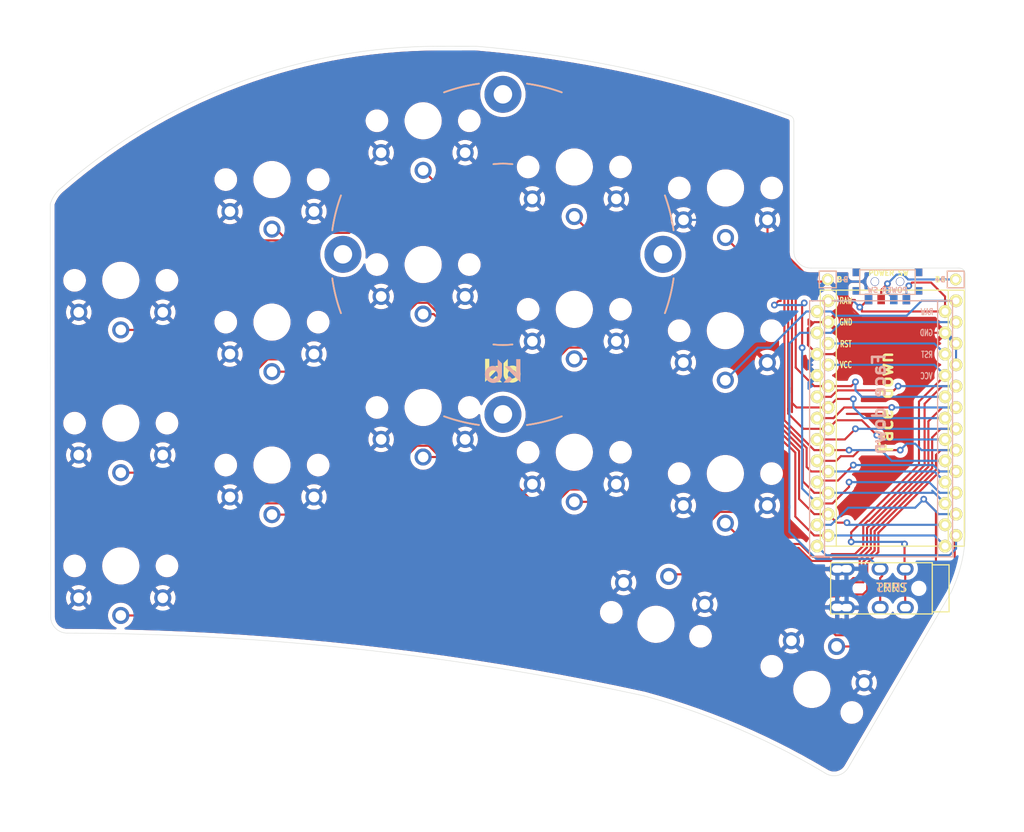
<source format=kicad_pcb>
(kicad_pcb (version 20211014) (generator pcbnew)
  (layers (0 "F.Cu" signal) (31 "B.Cu" signal) (34 "B.Paste" user) (35 "F.Paste" user) (36 "B.SilkS" user "B.Silkscreen") (37 "F.SilkS" user "F.Silkscreen") (38 "B.Mask" user) (39 "F.Mask" user) (44 "Edge.Cuts" user))
  (net 0 "")
  (net 1 "gnd")
  (net 2 "vcc")
  (net 3 "Switch18")
  (net 4 "reset")
  (net 5 "Switch1")
  (net 6 "Switch2")
  (net 7 "Switch3")
  (net 8 "Switch4")
  (net 9 "Switch5")
  (net 10 "Switch6")
  (net 11 "Switch7")
  (net 12 "Switch8")
  (net 13 "Switch9")
  (net 14 "Switch10")
  (net 15 "Switch11")
  (net 16 "Switch12")
  (net 17 "Switch13")
  (net 18 "Switch14")
  (net 19 "Switch15")
  (net 20 "Switch16")
  (net 21 "Switch17")
  (net 22 "raw")
  (net 23 "BT+_r")
  (net 24 "Net-(SW_POWERR1-Pad1)")
  (footprint "kbd:1pin_conn" (layer "F.Cu") (at 126.492 45.974)
    (fp_text reference "B+")
    (fp_text value "MountingHole_Pad" hide)
  )
  (footprint "kbd:1pin_conn" (layer "F.Cu") (at 111.252 45.974)
    (fp_text reference "B-")
    (fp_text value "MountingHole_Pad" hide)
  )
  (footprint "Kailh:TRRS-PJ-DPB2" (layer "F.Cu") (at 123.698 82.75 -90)
    (fp_text reference "J2")
    (fp_text value "AudioJack4dpb" hide)
  )
  (footprint "Kailh:SW_PG1350_rev_DPB" (layer "F.Cu") (at 27.08 46.08)
    (fp_text reference "SW2" hide)
    (fp_text value "SW_Push" hide)
  )
  (footprint "Kailh:SW_PG1350_rev_DPB" (layer "F.Cu") (at 45.08 34.08)
    (fp_text reference "SW3" hide)
    (fp_text value "SW_Push" hide)
  )
  (footprint "Kailh:SW_PG1350_rev_DPB" (layer "F.Cu") (at 63.08 27.08)
    (fp_text reference "SW4" hide)
    (fp_text value "SW_Push" hide)
  )
  (footprint "Kailh:SW_PG1350_rev_DPB" (layer "F.Cu") (at 81.08 32.58)
    (fp_text reference "SW5" hide)
    (fp_text value "SW_Push" hide)
  )
  (footprint "Kailh:SW_PG1350_rev_DPB" (layer "F.Cu") (at 99.08 35.08)
    (fp_text reference "SW6" hide)
    (fp_text value "SW_Push" hide)
  )
  (footprint "Kailh:SW_PG1350_rev_DPB" (layer "F.Cu") (at 27.08 63.08)
    (fp_text reference "SW8" hide)
    (fp_text value "SW_Push" hide)
  )
  (footprint "Kailh:SW_PG1350_rev_DPB" (layer "F.Cu") (at 45.08 51.054)
    (fp_text reference "SW9" hide)
    (fp_text value "SW_Push" hide)
  )
  (footprint "Kailh:SW_PG1350_rev_DPB" (layer "F.Cu") (at 63.08 44.196)
    (fp_text reference "SW10" hide)
    (fp_text value "SW_Push" hide)
  )
  (footprint "Kailh:SW_PG1350_rev_DPB" (layer "F.Cu") (at 81.08 49.53)
    (fp_text reference "SW11" hide)
    (fp_text value "SW_Push" hide)
  )
  (footprint "Kailh:SW_PG1350_rev_DPB" (layer "F.Cu") (at 99.06 52.07)
    (fp_text reference "SW12" hide)
    (fp_text value "SW_Push" hide)
  )
  (footprint "Kailh:SW_PG1350_rev_DPB" (layer "F.Cu") (at 27.08 80.08)
    (fp_text reference "SW14" hide)
    (fp_text value "SW_Push" hide)
  )
  (footprint "Kailh:SW_PG1350_rev_DPB" (layer "F.Cu") (at 45.08 68.072)
    (fp_text reference "SW15" hide)
    (fp_text value "SW_Push" hide)
  )
  (footprint "Kailh:SW_PG1350_rev_DPB" (layer "F.Cu") (at 63.08 61.214)
    (fp_text reference "SW16" hide)
    (fp_text value "SW_Push" hide)
  )
  (footprint "Kailh:SW_PG1350_rev_DPB" (layer "F.Cu") (at 81.08 66.548)
    (fp_text reference "SW17" hide)
    (fp_text value "SW_Push" hide)
  )
  (footprint "Kailh:SW_PG1350_rev_DPB" (layer "F.Cu") (at 99.06 69.088)
    (fp_text reference "SW18" hide)
    (fp_text value "SW_Push" hide)
  )
  (footprint "Kailh:SW_PG1350_rev_DPB" (layer "F.Cu") (at 109.356 94.78 150)
    (fp_text reference "SW20" hide)
    (fp_text value "SW_Push" hide)
  )
  (footprint "Kailh:SW_PG1350_rev_DPB" (layer "F.Cu") (at 90.796 87.03 165)
    (fp_text reference "SW21" hide)
    (fp_text value "SW_Push" hide)
  )
  (footprint "kbd:ProMicro_v2" (layer "F.Cu") (at 118.872 62.992)
    (fp_text reference "U1" hide)
    (fp_text value "ProMicro-kbd" hide)
  )
  (footprint "kbd:Tenting_Puck2" (layer "F.Cu") (at 72.58 42.98)
    (fp_text reference "REF**")
    (fp_text value "Tenting Puck")
  )
  (footprint "Kailh:SPDT_C128955r" (layer "F.Cu") (at 118.364 46.228)
    (fp_text reference "SW2" hide)
    (fp_text value "SW_SPDT")
  )
  (footprint "Kailh:SPDT_C128955" (layer "B.Cu") (at 118.364 46.228 180)
    (fp_text reference "POWER SW")
    (fp_text value "SW_SPDT")
  )
  (gr_line (start 115.062 47.752) (end 115.062 44.831) (layer "B.SilkS") (width 0.12))
  (gr_line (start 115.062 44.831) (end 121.666 44.831) (layer "B.SilkS") (width 0.12))
  (gr_line (start 121.666 47.752) (end 115.062 47.752) (layer "B.SilkS") (width 0.12))
  (gr_line (start 121.666 44.831) (end 121.666 47.752) (layer "B.SilkS") (width 0.12))
  (gr_line (start 115.062 47.752) (end 115.062 44.831) (layer "F.SilkS") (width 0.12))
  (gr_line (start 121.666 47.752) (end 115.062 47.752) (layer "F.SilkS") (width 0.12))
  (gr_line (start 115.062 44.831) (end 121.666 44.831) (layer "F.SilkS") (width 0.12))
  (gr_line (start 121.666 44.831) (end 121.666 47.752) (layer "F.SilkS") (width 0.12))
  (gr_arc (start 126.885 44.612) (mid 127.41533 44.83167) (end 127.635 45.362) (layer "Edge.Cuts") (width 0.05))
  (gr_line (start 18.690055 36.976702) (end 18.730254 86.245024) (layer "Edge.Cuts") (width 0.05))
  (gr_arc (start 106.78729 26.456889) (mid 107.104079 26.733645) (end 107.222045 27.137419) (layer "Edge.Cuts") (width 0.05))
  (gr_arc (start 89.409134 95.561946) (mid 100.486488 99.421597) (end 110.938 104.748) (layer "Edge.Cuts") (width 0.05))
  (gr_arc (start 18.690055 36.976702) (mid 19.246929 35.858882) (end 20.117 34.963) (layer "Edge.Cuts") (width 0.05))
  (gr_arc (start 109.257002 44.614917) (mid 107.844534 44.065716) (end 107.222001 42.683999) (layer "Edge.Cuts") (width 0.05))
  (gr_arc (start 69.291777 18.200679) (mid 88.315879 21.073764) (end 106.78729 26.456889) (layer "Edge.Cuts") (width 0.05))
  (gr_arc (start 113.67 104.149265) (mid 112.428995 105.01898) (end 110.938 104.748) (layer "Edge.Cuts") (width 0.05))
  (gr_arc (start 20.768 88.081119) (mid 55.288442 89.987554) (end 89.409134 95.561946) (layer "Edge.Cuts") (width 0.05))
  (gr_arc (start 20.768 88.081119) (mid 19.380573 87.572102) (end 18.730254 86.245024) (layer "Edge.Cuts") (width 0.05))
  (gr_line (start 127.635 45.362) (end 127.635 62.484) (layer "Edge.Cuts") (width 0.05))
  (gr_line (start 107.222001 42.683999) (end 107.222045 27.137419) (layer "Edge.Cuts") (width 0.05))
  (gr_line (start 109.257002 44.614917) (end 126.885 44.612) (layer "Edge.Cuts") (width 0.05))
  (gr_arc (start 20.117 34.963) (mid 41.093524 22.531455) (end 65.090389 18.206139) (layer "Edge.Cuts") (width 0.05))
  (gr_line (start 125.888304 83.312) (end 113.67 104.149265) (layer "Edge.Cuts") (width 0.05))
  (gr_arc (start 127.635 75.98785) (mid 127.177913 79.749197) (end 125.888304 83.312) (layer "Edge.Cuts") (width 0.05))
  (gr_line (start 69.291777 18.200679) (end 65.090389 18.206139) (layer "Edge.Cuts") (width 0.05))
  (gr_line (start 127.635 62.484) (end 127.647 69.85) (layer "Edge.Cuts") (width 0.05))
  (gr_line (start 127.647 69.85) (end 127.635 75.98785) (layer "Edge.Cuts") (width 0.05))
  (gr_text "Face down" (at 117.348 60.833 90) (layer "B.SilkS") (effects (font (size 1.5 1.5) (thickness 0.3)) (justify mirror)))
  (gr_text "B+" (at 124.587 45.974) (layer "B.SilkS") (effects (font (size 0.6 0.6)) (justify mirror)))
  (gr_text "B-" (at 113.03 45.974) (layer "B.SilkS") (effects (font (size 0.6 0.6)) (justify mirror)))
  (gr_text "Face down" (at 118.237 60.579 90) (layer "F.SilkS") (effects (font (size 1.5 1.5) (thickness 0.3))))
  (gr_text "POWER SW" (at 118.491 45.212) (layer "F.SilkS") (effects (font (size 0.6 0.6))))
  (gr_text "TRRS" (at 118.872 82.677) (layer "F.SilkS") (effects (font (size 1 1))))
  (segment (start 104.08 40.80522) (end 109.50278 46.228) (width 0.25) (layer "F.Cu") (net 1))
  (segment (start 109.643238 51.054) (end 108.894999 51.802239) (width 0.25) (layer "F.Cu") (net 1))
  (segment (start 110.998 46.228) (end 111.252 45.974) (width 0.25) (layer "F.Cu") (net 1))
  (segment (start 117.036998 52.324) (end 125.222 52.324) (width 0.25) (layer "F.Cu") (net 1))
  (segment (start 111.252 45.974) (end 114.046 48.768) (width 0.25) (layer "F.Cu") (net 1))
  (segment (start 108.894999 51.802239) (end 108.894999 53.776999) (width 0.25) (layer "F.Cu") (net 1))
  (segment (start 114.496998 54.864) (end 109.982 54.864) (width 0.25) (layer "F.Cu") (net 1))
  (segment (start 117.036998 52.324) (end 114.496998 54.864) (width 0.25) (layer "F.Cu") (net 1))
  (segment (start 111.3084 51.054) (end 109.643238 51.054) (width 0.25) (layer "F.Cu") (net 1))
  (segment (start 114.046 48.768) (end 114.046 49.333002) (width 0.25) (layer "F.Cu") (net 1))
  (segment (start 125.222 52.324) (end 125.2584 52.324) (width 0.25) (layer "F.Cu") (net 1))
  (segment (start 104.08 38.88) (end 104.08 40.80522) (width 0.25) (layer "F.Cu") (net 1))
  (segment (start 114.046 49.333002) (end 117.036998 52.324) (width 0.25) (layer "F.Cu") (net 1))
  (segment (start 125.2584 52.324) (end 126.5284 53.594) (width 0.25) (layer "F.Cu") (net 1))
  (segment (start 109.50278 46.228) (end 110.998 46.228) (width 0.25) (layer "F.Cu") (net 1))
  (segment (start 108.894999 53.776999) (end 109.982 54.864) (width 0.25) (layer "F.Cu") (net 1))
  (segment (start 112.428 80.22) (end 112.398 80.25) (width 0.25) (layer "F.Cu") (net 1))
  (segment (start 113.468 85.02) (end 113.498 85.05) (width 0.25) (layer "B.Cu") (net 1))
  (segment (start 113.478 85.03) (end 113.498 85.05) (width 0.25) (layer "B.Cu") (net 1))
  (segment (start 109.001159 47.498) (end 109.728 47.498) (width 0.25) (layer "B.Cu") (net 1))
  (segment (start 109.001159 47.498) (end 100.383159 38.88) (width 0.25) (layer "B.Cu") (net 1))
  (segment (start 100.383159 38.88) (end 94.08 38.88) (width 0.25) (layer "B.Cu") (net 1))
  (segment (start 109.728 47.498) (end 111.252 45.974) (width 0.25) (layer "B.Cu") (net 1))
  (segment (start 126.5284 53.594) (end 126.5284 56.134) (width 0.25) (layer "B.Cu") (net 1))
  (segment (start 114.046 77.216) (end 114.046 77.216) (width 0.25) (layer "F.Cu") (net 2))
  (segment (start 120.478 80.42) (end 120.478 85.03) (width 0.25) (layer "F.Cu") (net 2))
  (segment (start 114.046 76.07159) (end 114.046 76.962) (width 0.25) (layer "F.Cu") (net 2))
  (segment (start 120.396 77.47) (end 120.396 80.338) (width 0.25) (layer "F.Cu") (net 2))
  (segment (start 120.396 80.338) (end 120.478 80.42) (width 0.25) (layer "F.Cu") (net 2))
  (segment (start 122.11601 68.00158) (end 114.046 76.07159) (width 0.25) (layer "F.Cu") (net 2))
  (segment (start 125.222 57.404) (end 122.11601 60.50999) (width 0.25) (layer "F.Cu") (net 2))
  (segment (start 120.478 85.03) (end 120.498 85.05) (width 0.25) (layer "F.Cu") (net 2))
  (segment (start 122.11601 60.50999) (end 122.11601 68.00158) (width 0.25) (layer "F.Cu") (net 2))
  (segment (start 114.046 76.962) (end 114.046 77.216) (width 0.25) (layer "F.Cu") (net 2))
  (via (at 114.046 77.216) (size 0.8) (drill 0.4) (layers "F.Cu" "B.Cu") (net 2))
  (via (at 120.396 77.47) (size 0.8) (drill 0.4) (layers "F.Cu" "B.Cu") (net 2))
  (segment (start 120.396 77.47) (end 120.396 77.47) (width 0.25) (layer "B.Cu") (net 2))
  (segment (start 114.046 77.216) (end 120.142 77.216) (width 0.25) (layer "B.Cu") (net 2))
  (segment (start 123.952 56.134) (end 125.222 57.404) (width 0.25) (layer "B.Cu") (net 2))
  (segment (start 111.3084 56.134) (end 123.952 56.134) (width 0.25) (layer "B.Cu") (net 2))
  (segment (start 120.142 77.216) (end 120.396 77.47) (width 0.25) (layer "B.Cu") (net 2))
  (segment (start 120.478 85.03) (end 120.498 85.05) (width 0.25) (layer "B.Cu") (net 2))
  (segment (start 117.498 85.05) (end 117.498 81.51241) (width 0.25) (layer "F.Cu") (net 3))
  (segment (start 117.498 81.51241) (end 117.730915 81.279495) (width 0.25) (layer "F.Cu") (net 3))
  (segment (start 117.730915 81.279495) (end 117.730915 80.42) (width 0.25) (layer "F.Cu") (net 3))
  (segment (start 106.68 76.030762) (end 106.68 73.152) (width 0.25) (layer "B.Cu") (net 3))
  (segment (start 109.982 52.324) (end 107.95 52.324) (width 0.25) (layer "B.Cu") (net 3))
  (segment (start 106.68 73.152) (end 106.68 53.594) (width 0.25) (layer "B.Cu") (net 3))
  (segment (start 106.68 73.152) (end 106.68 72.898) (width 0.25) (layer "B.Cu") (net 3))
  (segment (start 116.319011 79.261011) (end 109.910249 79.261011) (width 0.25) (layer "B.Cu") (net 3))
  (segment (start 117.478 80.42) (end 116.319011 79.261011) (width 0.25) (layer "B.Cu") (net 3))
  (segment (start 112.917162 51.054) (end 111.647162 52.324) (width 0.25) (layer "B.Cu") (net 3))
  (segment (start 111.647162 52.324) (end 109.982 52.324) (width 0.25) (layer "B.Cu") (net 3))
  (segment (start 109.910249 79.261011) (end 106.68 76.030762) (width 0.25) (layer "B.Cu") (net 3))
  (segment (start 107.95 52.324) (end 106.68 53.594) (width 0.25) (layer "B.Cu") (net 3))
  (segment (start 126.5284 51.054) (end 112.917162 51.054) (width 0.25) (layer "B.Cu") (net 3))
  (segment (start 125.2134 54.864) (end 125.671007 54.864) (width 0.25) (layer "F.Cu") (net 4))
  (segment (start 125.222 54.864) (end 123.952 53.594) (width 0.25) (layer "B.Cu") (net 4))
  (segment (start 123.952 53.594) (end 111.3084 53.594) (width 0.25) (layer "B.Cu") (net 4))
  (segment (start 104.902 49.022) (end 105.38796 48.53604) (width 0.25) (layer "F.Cu") (net 5))
  (segment (start 105.64196 47.72996) (end 105.64196 48.53604) (width 0.25) (layer "F.Cu") (net 5))
  (segment (start 83.75479 43.06402) (end 85.08278 44.39201) (width 0.25) (layer "F.Cu") (net 5))
  (segment (start 93.218 46.99) (end 104.902 46.99) (width 0.25) (layer "F.Cu") (net 5))
  (segment (start 50.372999 41.321001) (end 51.26399 40.43001) (width 0.25) (layer "F.Cu") (net 5))
  (segment (start 108.204 54.102) (end 108.204 49.022) (width 0.25) (layer "F.Cu") (net 5))
  (segment (start 75.8272 43.06402) (end 83.75479 43.06402) (width 0.25) (layer "F.Cu") (net 5))
  (segment (start 54.281719 40.430009) (end 56.865728 37.846) (width 0.25) (layer "F.Cu") (net 5))
  (segment (start 51.26399 40.43001) (end 54.281719 40.430009) (width 0.25) (layer "F.Cu") (net 5))
  (segment (start 104.902 46.99) (end 105.64196 47.72996) (width 0.25) (layer "F.Cu") (net 5))
  (segment (start 70.60918 37.846) (end 75.8272 43.06402) (width 0.25) (layer "F.Cu") (net 5))
  (segment (start 33.519954 51.98) (end 44.178953 41.321001) (width 0.25) (layer "F.Cu") (net 5))
  (segment (start 85.08278 44.39201) (end 87.06401 44.39201) (width 0.25) (layer "F.Cu") (net 5))
  (segment (start 56.865728 37.846) (end 70.60918 37.846) (width 0.25) (layer "F.Cu") (net 5))
  (segment (start 113.792 70.669685) (end 111.817685 72.644) (width 0.25) (layer "F.Cu") (net 5))
  (segment (start 108.204 49.022) (end 108.458 48.768) (width 0.25) (layer "F.Cu") (net 5))
  (segment (start 111.817685 72.644) (end 109.982 72.644) (width 0.25) (layer "F.Cu") (net 5))
  (segment (start 92.71 47.498) (end 93.218 46.99) (width 0.25) (layer "F.Cu") (net 5))
  (segment (start 87.06401 44.39201) (end 90.17 47.498) (width 0.25) (layer "F.Cu") (net 5))
  (segment (start 44.178953 41.321001) (end 50.372999 41.321001) (width 0.25) (layer "F.Cu") (net 5))
  (segment (start 105.38796 48.53604) (end 105.64196 48.53604) (width 0.25) (layer "F.Cu") (net 5))
  (segment (start 27.08 51.98) (end 33.519954 51.98) (width 0.25) (layer "F.Cu") (net 5))
  (segment (start 113.792 70.104) (end 113.792 70.669685) (width 0.25) (layer "F.Cu") (net 5))
  (segment (start 90.17 47.498) (end 92.71 47.498) (width 0.25) (layer "F.Cu") (net 5))
  (via (at 104.902 49.022) (size 0.8) (drill 0.4) (layers "F.Cu" "B.Cu") (net 5))
  (via (at 108.204 54.102) (size 0.8) (drill 0.4) (layers "F.Cu" "B.Cu") (net 5))
  (via (at 113.792 70.104) (size 0.8) (drill 0.4) (layers "F.Cu" "B.Cu") (net 5))
  (via (at 108.458 48.768) (size 0.8) (drill 0.4) (layers "F.Cu" "B.Cu") (net 5))
  (segment (start 113.792 70.104) (end 113.792 70.104) (width 0.25) (layer "B.Cu") (net 5))
  (segment (start 108.204 54.102) (end 108.204 70.866) (width 0.25) (layer "B.Cu") (net 5))
  (segment (start 124.58841 71.374) (end 123.31841 70.104) (width 0.25) (layer "B.Cu") (net 5))
  (segment (start 108.458 71.12) (end 109.982 72.644) (width 0.25) (layer "B.Cu") (net 5))
  (segment (start 108.204 70.866) (end 108.458 71.12) (width 0.25) (layer "B.Cu") (net 5))
  (segment (start 126.5284 71.374) (end 124.58841 71.374) (width 0.25) (layer "B.Cu") (net 5))
  (segment (start 123.31841 70.104) (end 113.792 70.104) (width 0.25) (layer "B.Cu") (net 5))
  (segment (start 108.204 49.022) (end 108.458 48.768) (width 0.25) (layer "B.Cu") (net 5))
  (segment (start 104.902 49.022) (end 108.204 49.022) (width 0.25) (layer "B.Cu") (net 5))
  (segment (start 109.643238 66.294) (end 111.3084 66.294) (width 0.25) (layer "F.Cu") (net 6))
  (segment (start 87.250411 43.942001) (end 90.29841 46.99) (width 0.25) (layer "F.Cu") (net 6))
  (segment (start 46.458991 40.870991) (end 50.186599 40.870991) (width 0.25) (layer "F.Cu") (net 6))
  (segment (start 85.77718 43.942) (end 87.250411 43.942001) (width 0.25) (layer "F.Cu") (net 6))
  (segment (start 45.568 39.98) (end 46.458991 40.870991) (width 0.25) (layer "F.Cu") (net 6))
  (segment (start 85.17959 43.85241) (end 85.68759 43.85241) (width 0.25) (layer "F.Cu") (net 6))
  (segment (start 50.186599 40.870991) (end 51.077591 39.980001) (width 0.25) (layer "F.Cu") (net 6))
  (segment (start 106.09197 47.03838) (end 106.09197 62.742732) (width 0.25) (layer "F.Cu") (net 6))
  (segment (start 85.68759 43.85241) (end 85.77718 43.942) (width 0.25) (layer "F.Cu") (net 6))
  (segment (start 54.095317 39.980001) (end 56.737318 37.338) (width 0.25) (layer "F.Cu") (net 6))
  (segment (start 76.0136 42.61401) (end 83.94119 42.61401) (width 0.25) (layer "F.Cu") (net 6))
  (segment (start 90.29841 46.99) (end 92.58159 46.99) (width 0.25) (layer "F.Cu") (net 6))
  (segment (start 51.077591 39.980001) (end 54.095317 39.980001) (width 0.25) (layer "F.Cu") (net 6))
  (segment (start 70.73759 37.338) (end 76.0136 42.61401) (width 0.25) (layer "F.Cu") (net 6))
  (segment (start 93.157189 46.414401) (end 105.467991 46.414401) (width 0.25) (layer "F.Cu") (net 6))
  (segment (start 56.737318 37.338) (end 70.73759 37.338) (width 0.25) (layer "F.Cu") (net 6))
  (segment (start 83.94119 42.61401) (end 85.17959 43.85241) (width 0.25) (layer "F.Cu") (net 6))
  (segment (start 106.09197 62.742732) (end 109.643238 66.294) (width 0.25) (layer "F.Cu") (net 6))
  (segment (start 92.58159 46.99) (end 93.157189 46.414401) (width 0.25) (layer "F.Cu") (net 6))
  (segment (start 105.467991 46.414401) (end 106.09197 47.03838) (width 0.25) (layer "F.Cu") (net 6))
  (segment (start 45.08 39.98) (end 45.568 39.98) (width 0.25) (layer "F.Cu") (net 6))
  (segment (start 113.792 66.294) (end 111.3084 66.294) (width 0.25) (layer "F.Cu") (net 6))
  (via (at 113.792 66.294) (size 0.8) (drill 0.4) (layers "F.Cu" "B.Cu") (net 6))
  (segment (start 113.792 66.294) (end 117.602 66.294) (width 0.25) (layer "B.Cu") (net 6))
  (segment (start 122.682 67.564) (end 123.19 67.564) (width 0.25) (layer "B.Cu") (net 6))
  (segment (start 118.872 67.564) (end 122.682 67.564) (width 0.25) (layer "B.Cu") (net 6))
  (segment (start 125.222 67.564) (end 122.682 67.564) (width 0.25) (layer "B.Cu") (net 6))
  (segment (start 117.602 66.294) (end 118.872 67.564) (width 0.25) (layer "B.Cu") (net 6))
  (segment (start 87.43399 43.48917) (end 90.48481 46.53999) (width 0.25) (layer "F.Cu") (net 7))
  (segment (start 66.98799 36.88799) (end 70.92399 36.88799) (width 0.25) (layer "F.Cu") (net 7))
  (segment (start 115.316 62.738) (end 112.3244 62.738) (width 0.25) (layer "F.Cu") (net 7))
  (segment (start 112.3244 62.738) (end 111.3084 63.754) (width 0.25) (layer "F.Cu") (net 7))
  (segment (start 76.2 42.164) (end 84.12759 42.164) (width 0.25) (layer "F.Cu") (net 7))
  (segment (start 117.094 64.516) (end 115.316 62.738) (width 0.25) (layer "F.Cu") (net 7))
  (segment (start 108.3506 63.754) (end 111.3084 63.754) (width 0.25) (layer "F.Cu") (net 7))
  (segment (start 106.54198 46.85198) (end 106.54198 61.35202) (width 0.25) (layer "F.Cu") (net 7))
  (segment (start 85.3396 43.37601) (end 87.43399 43.37601) (width 0.25) (layer "F.Cu") (net 7))
  (segment (start 106.54198 61.35202) (end 106.54198 61.94538) (width 0.25) (layer "F.Cu") (net 7))
  (segment (start 92.39519 46.53999) (end 92.970788 45.964392) (width 0.25) (layer "F.Cu") (net 7))
  (segment (start 124.938572 65.024) (end 125.2134 65.024) (width 0.25) (layer "F.Cu") (net 7))
  (segment (start 90.48481 46.53999) (end 92.39519 46.53999) (width 0.25) (layer "F.Cu") (net 7))
  (segment (start 84.12759 42.164) (end 85.3396 43.37601) (width 0.25) (layer "F.Cu") (net 7))
  (segment (start 92.970788 45.964392) (end 105.654392 45.964392) (width 0.25) (layer "F.Cu") (net 7))
  (segment (start 106.54198 61.94538) (end 108.3506 63.754) (width 0.25) (layer "F.Cu") (net 7))
  (segment (start 63.08 32.98) (end 66.98799 36.88799) (width 0.25) (layer "F.Cu") (net 7))
  (segment (start 87.43399 43.37601) (end 87.43399 43.48917) (width 0.25) (layer "F.Cu") (net 7))
  (segment (start 70.92399 36.88799) (end 76.2 42.164) (width 0.25) (layer "F.Cu") (net 7))
  (segment (start 106.54198 61.35202) (end 106.54198 61.57258) (width 0.25) (layer "F.Cu") (net 7))
  (segment (start 105.654392 45.964392) (end 106.54198 46.85198) (width 0.25) (layer "F.Cu") (net 7))
  (via (at 117.094 64.516) (size 0.8) (drill 0.4) (layers "F.Cu" "B.Cu") (net 7))
  (segment (start 117.094 64.516) (end 117.094 64.516) (width 0.25) (layer "B.Cu") (net 7))
  (segment (start 117.602 65.024) (end 117.094 64.516) (width 0.25) (layer "B.Cu") (net 7))
  (segment (start 125.222 65.024) (end 117.602 65.024) (width 0.25) (layer "B.Cu") (net 7))
  (segment (start 85.526 42.926) (end 87.620391 42.926001) (width 0.25) (layer "F.Cu") (net 8))
  (segment (start 106.99199 46.53999) (end 106.99199 58.87001) (width 0.25) (layer "F.Cu") (net 8))
  (segment (start 106.99199 61.75898) (end 106.99199 58.87001) (width 0.25) (layer "F.Cu") (net 8))
  (segment (start 106.99199 58.87001) (end 106.99199 59.48259) (width 0.25) (layer "F.Cu") (net 8))
  (segment (start 90.67121 46.08998) (end 92.20879 46.08998) (width 0.25) (layer "F.Cu") (net 8))
  (segment (start 81.08 38.48) (end 85.526 42.926) (width 0.25) (layer "F.Cu") (net 8))
  (segment (start 111.3084 61.214) (end 107.53697 61.214) (width 0.25) (layer "F.Cu") (net 8))
  (segment (start 87.884 43.30277) (end 90.67121 46.08998) (width 0.25) (layer "F.Cu") (net 8))
  (segment (start 87.884 43.18961) (end 87.884 43.30277) (width 0.25) (layer "F.Cu") (net 8))
  (segment (start 107.53697 61.214) (end 106.99199 60.66902) (width 0.25) (layer "F.Cu") (net 8))
  (segment (start 92.20879 46.08998) (end 92.784388 45.514382) (width 0.25) (layer "F.Cu") (net 8))
  (segment (start 87.620391 42.926001) (end 87.884 43.18961) (width 0.25) (layer "F.Cu") (net 8))
  (segment (start 105.966382 45.514382) (end 106.99199 46.53999) (width 0.25) (layer "F.Cu") (net 8))
  (segment (start 106.99199 60.66902) (end 106.99199 61.75898) (width 0.25) (layer "F.Cu") (net 8))
  (segment (start 114.3 60.198) (end 112.3244 60.198) (width 0.25) (layer "F.Cu") (net 8))
  (segment (start 112.3244 60.198) (end 111.3084 61.214) (width 0.25) (layer "F.Cu") (net 8))
  (segment (start 92.784388 45.514382) (end 105.966382 45.514382) (width 0.25) (layer "F.Cu") (net 8))
  (via (at 114.3 60.198) (size 0.8) (drill 0.4) (layers "F.Cu" "B.Cu") (net 8))
  (segment (start 114.3 61.214) (end 115.57 62.484) (width 0.25) (layer "B.Cu") (net 8))
  (segment (start 125.222 62.484) (end 116.84 62.484) (width 0.25) (layer "B.Cu") (net 8))
  (segment (start 114.3 60.198) (end 114.3 61.214) (width 0.25) (layer "B.Cu") (net 8))
  (segment (start 116.84 62.484) (end 115.57 62.484) (width 0.25) (layer "B.Cu") (net 8))
  (segment (start 103.164372 45.064372) (end 106.532372 45.064372) (width 0.25) (layer "F.Cu") (net 9))
  (segment (start 107.442 56.472762) (end 107.442 56.388) (width 0.25) (layer "F.Cu") (net 9))
  (segment (start 109.643238 58.674) (end 107.442 56.472762) (width 0.25) (layer "F.Cu") (net 9))
  (segment (start 111.3084 58.674) (end 109.643238 58.674) (width 0.25) (layer "F.Cu") (net 9))
  (segment (start 111.3084 58.674) (end 114.046 58.674) (width 0.25) (layer "F.Cu") (net 9))
  (segment (start 114.046 58.674) (end 114.554 58.166) (width 0.25) (layer "F.Cu") (net 9))
  (segment (start 99.08 40.98) (end 103.164372 45.064372) (width 0.25) (layer "F.Cu") (net 9))
  (segment (start 107.442 45.974) (end 107.442 56.388) (width 0.25) (layer "F.Cu") (net 9))
  (segment (start 106.532372 45.064372) (end 107.442 45.974) (width 0.25) (layer "F.Cu") (net 9))
  (via (at 114.554 58.166) (size 0.8) (drill 0.4) (layers "F.Cu" "B.Cu") (net 9))
  (segment (start 114.554 58.166) (end 114.554 59.182) (width 0.25) (layer "B.Cu") (net 9))
  (segment (start 125.222 59.944) (end 115.316 59.944) (width 0.25) (layer "B.Cu") (net 9))
  (segment (start 114.554 59.182) (end 115.316 59.944) (width 0.25) (layer "B.Cu") (net 9))
  (segment (start 83.035389 53.822569) (end 83.540569 53.822569) (width 0.25) (layer "F.Cu") (net 10))
  (segment (start 83.540569 53.822569) (end 91.555981 61.837981) (width 0.25) (layer "F.Cu") (net 10))
  (segment (start 63.822082 48.30499) (end 67.321546 51.804454) (width 0.25) (layer "F.Cu") (net 10))
  (segment (start 67.321546 51.804454) (end 67.321546 53.097546) (width 0.25) (layer "F.Cu") (net 10))
  (segment (start 77.514508 55.68399) (end 80.00952 53.18898) (width 0.25) (layer "F.Cu") (net 10))
  (segment (start 27.08 68.98) (end 34.398 68.98) (width 0.25) (layer "F.Cu") (net 10))
  (segment (start 91.555981 61.837981) (end 105.271981 61.837981) (width 0.25) (layer "F.Cu") (net 10))
  (segment (start 105.271981 61.837981) (end 105.64196 62.20796) (width 0.25) (layer "F.Cu") (net 10))
  (segment (start 44.563659 55.485659) (end 46.341659 55.485659) (width 0.25) (layer "F.Cu") (net 10))
  (segment (start 82.4018 53.18898) (end 83.035389 53.822569) (width 0.25) (layer "F.Cu") (net 10))
  (segment (start 53.962918 56.50399) (end 62.161919 48.304989) (width 0.25) (layer "F.Cu") (net 10))
  (segment (start 105.64196 62.20796) (end 105.64196 63.01404) (width 0.25) (layer "F.Cu") (net 10))
  (segment (start 80.00952 53.18898) (end 82.4018 53.18898) (width 0.25) (layer "F.Cu") (net 10))
  (segment (start 67.321546 53.097546) (end 69.90799 55.68399) (width 0.25) (layer "F.Cu") (net 10))
  (segment (start 35.673659 67.704341) (end 35.673659 64.375659) (width 0.25) (layer "F.Cu") (net 10))
  (segment (start 46.341659 55.485659) (end 47.35999 56.50399) (width 0.25) (layer "F.Cu") (net 10))
  (segment (start 34.398 68.98) (end 35.673659 67.704341) (width 0.25) (layer "F.Cu") (net 10))
  (segment (start 105.726868 63.01404) (end 108.74062 66.027792) (width 0.25) (layer "F.Cu") (net 10))
  (segment (start 108.74062 66.027792) (end 108.74062 68.29738) (width 0.25) (layer "F.Cu") (net 10))
  (segment (start 109.27724 68.834) (end 111.3084 68.834) (width 0.25) (layer "F.Cu") (net 10))
  (segment (start 105.64196 63.01404) (end 105.726868 63.01404) (width 0.25) (layer "F.Cu") (net 10))
  (segment (start 69.90799 55.68399) (end 77.514508 55.68399) (width 0.25) (layer "F.Cu") (net 10))
  (segment (start 35.673659 64.375659) (end 44.563659 55.485659) (width 0.25) (layer "F.Cu") (net 10))
  (segment (start 108.74062 68.29738) (end 109.27724 68.834) (width 0.25) (layer "F.Cu") (net 10))
  (segment (start 62.161919 48.304989) (end 63.822082 48.30499) (width 0.25) (layer "F.Cu") (net 10))
  (segment (start 47.35999 56.50399) (end 53.962918 56.50399) (width 0.25) (layer "F.Cu") (net 10))
  (segment (start 111.3084 68.834) (end 123.952 68.834) (width 0.25) (layer "B.Cu") (net 10))
  (segment (start 123.952 68.834) (end 125.222 70.104) (width 0.25) (layer "B.Cu") (net 10))
  (segment (start 62.348319 48.754999) (end 54.149318 56.954) (width 0.25) (layer "F.Cu") (net 11))
  (segment (start 91.24681 62.28799) (end 83.231399 54.272579) (width 0.25) (layer "F.Cu") (net 11))
  (segment (start 108.29061 66.214192) (end 105.576418 63.5) (width 0.25) (layer "F.Cu") (net 11))
  (segment (start 66.802 53.26959) (end 66.802 51.921318) (width 0.25) (layer "F.Cu") (net 11))
  (segment (start 109.643238 71.374) (end 108.29061 70.021372) (width 0.25) (layer "F.Cu") (net 11))
  (segment (start 105.085581 63.094071) (end 105.085581 62.287991) (width 0.25) (layer "F.Cu") (net 11))
  (segment (start 124.899495 72.957905) (end 125.2134 72.644) (width 0.25) (layer "F.Cu") (net 11))
  (segment (start 80.195919 53.638989) (end 77.700908 56.134) (width 0.25) (layer "F.Cu") (net 11))
  (segment (start 105.576418 63.5) (end 105.49151 63.5) (width 0.25) (layer "F.Cu") (net 11))
  (segment (start 82.848989 54.272579) (end 82.215399 53.638989) (width 0.25) (layer "F.Cu") (net 11))
  (segment (start 105.49151 63.5) (end 105.085581 63.094071) (width 0.25) (layer "F.Cu") (net 11))
  (segment (start 54.149318 56.954) (end 45.08 56.954) (width 0.25) (layer "F.Cu") (net 11))
  (segment (start 77.700908 56.134) (end 69.66641 56.134) (width 0.25) (layer "F.Cu") (net 11))
  (segment (start 111.3084 71.374) (end 109.643238 71.374) (width 0.25) (layer "F.Cu") (net 11))
  (segment (start 69.66641 56.134) (end 66.802 53.26959) (width 0.25) (layer "F.Cu") (net 11))
  (segment (start 105.085581 62.287991) (end 91.24681 62.28799) (width 0.25) (layer "F.Cu") (net 11))
  (segment (start 82.215399 53.638989) (end 80.195919 53.638989) (width 0.25) (layer "F.Cu") (net 11))
  (segment (start 63.635681 48.754999) (end 62.348319 48.754999) (width 0.25) (layer "F.Cu") (net 11))
  (segment (start 108.29061 70.021372) (end 108.29061 66.214192) (width 0.25) (layer "F.Cu") (net 11))
  (segment (start 66.802 51.921318) (end 63.635681 48.754999) (width 0.25) (layer "F.Cu") (net 11))
  (segment (start 83.231399 54.272579) (end 82.848989 54.272579) (width 0.25) (layer "F.Cu") (net 11))
  (segment (start 125.2134 72.644) (end 123.6937 71.1243) (width 0.25) (layer "B.Cu") (net 11))
  (segment (start 111.3084 71.374) (end 123.952 71.374) (width 0.25) (layer "B.Cu") (net 11))
  (segment (start 123.952 71.374) (end 125.222 72.644) (width 0.25) (layer "B.Cu") (net 11))
  (segment (start 105.702008 64.262) (end 107.8406 66.400592) (width 0.25) (layer "F.Cu") (net 12))
  (segment (start 105.6171 64.262) (end 105.702008 64.262) (width 0.25) (layer "F.Cu") (net 12))
  (segment (start 82.662589 54.722589) (end 82.028999 54.088999) (width 0.25) (layer "F.Cu") (net 12))
  (segment (start 112.3244 74.93) (end 111.3084 73.914) (width 0.25) (layer "F.Cu") (net 12))
  (segment (start 107.8406 66.400592) (end 107.8406 72.111362) (width 0.25) (layer "F.Cu") (net 12))
  (segment (start 109.643238 73.914) (end 111.3084 73.914) (width 0.25) (layer "F.Cu") (net 12))
  (segment (start 104.51677 62.738) (end 104.635572 62.856802) (width 0.25) (layer "F.Cu") (net 12))
  (segment (start 80.382319 54.088999) (end 82.028999 54.088999) (width 0.25) (layer "F.Cu") (net 12))
  (segment (start 113.538 74.93) (end 112.3244 74.93) (width 0.25) (layer "F.Cu") (net 12))
  (segment (start 104.635572 63.280472) (end 105.6171 64.262) (width 0.25) (layer "F.Cu") (net 12))
  (segment (start 83.044999 54.722589) (end 91.06041 62.738) (width 0.25) (layer "F.Cu") (net 12))
  (segment (start 66.35199 52.107718) (end 66.35199 53.45599) (width 0.25) (layer "F.Cu") (net 12))
  (segment (start 66.35199 53.45599) (end 69.667001 56.771001) (width 0.25) (layer "F.Cu") (net 12))
  (segment (start 62.992 50.096) (end 64.340272 50.096) (width 0.25) (layer "F.Cu") (net 12))
  (segment (start 64.340272 50.096) (end 66.35199 52.107718) (width 0.25) (layer "F.Cu") (net 12))
  (segment (start 104.635572 62.856802) (end 104.635572 63.280472) (width 0.25) (layer "F.Cu") (net 12))
  (segment (start 77.700317 56.771001) (end 80.382319 54.088999) (width 0.25) (layer "F.Cu") (net 12))
  (segment (start 91.06041 62.738) (end 104.51677 62.738) (width 0.25) (layer "F.Cu") (net 12))
  (segment (start 83.044999 54.722589) (end 82.662589 54.722589) (width 0.25) (layer "F.Cu") (net 12))
  (segment (start 107.8406 72.111362) (end 109.643238 73.914) (width 0.25) (layer "F.Cu") (net 12))
  (via (at 113.538 74.93) (size 0.8) (drill 0.4) (layers "F.Cu" "B.Cu") (net 12))
  (segment (start 113.538 74.93) (end 113.538 74.93) (width 0.25) (layer "B.Cu") (net 12))
  (segment (start 125.222 75.184) (end 113.792 75.184) (width 0.25) (layer "B.Cu") (net 12))
  (segment (start 113.792 75.184) (end 113.538 74.93) (width 0.25) (layer "B.Cu") (net 12))
  (segment (start 81.08 55.43) (end 83.116 55.43) (width 0.25) (layer "F.Cu") (net 13))
  (segment (start 104.14 63.246) (end 104.14 63.42131) (width 0.25) (layer "F.Cu") (net 13))
  (segment (start 92.5236 63.18801) (end 93.02199 63.18801) (width 0.25) (layer "F.Cu") (net 13))
  (segment (start 106.50469 65.786) (end 106.589598 65.786) (width 0.25) (layer "F.Cu") (net 13))
  (segment (start 109.643238 76.454) (end 111.3084 76.454) (width 0.25) (layer "F.Cu") (net 13))
  (segment (start 107.39059 74.201352) (end 109.643238 76.454) (width 0.25) (layer "F.Cu") (net 13))
  (segment (start 107.39059 66.586992) (end 107.39059 74.201352) (width 0.25) (layer "F.Cu") (net 13))
  (segment (start 81.026 55.43) (end 82.46284 55.43) (width 0.25) (layer "F.Cu") (net 13))
  (segment (start 106.589598 65.786) (end 107.39059 66.586992) (width 0.25) (layer "F.Cu") (net 13))
  (segment (start 102.87 63.246) (end 104.14 63.246) (width 0.25) (layer "F.Cu") (net 13))
  (segment (start 102.81201 63.18801) (end 102.87 63.246) (width 0.25) (layer "F.Cu") (net 13))
  (segment (start 93.02199 63.18801) (end 102.81201 63.18801) (width 0.25) (layer "F.Cu") (net 13))
  (segment (start 83.116 55.43) (end 90.87401 63.18801) (width 0.25) (layer "F.Cu") (net 13))
  (segment (start 90.87401 63.18801) (end 93.02199 63.18801) (width 0.25) (layer "F.Cu") (net 13))
  (segment (start 104.14 63.42131) (end 106.50469 65.786) (width 0.25) (layer "F.Cu") (net 13))
  (segment (start 111.3084 76.454) (end 123.952 76.454) (width 0.25) (layer "B.Cu") (net 13))
  (segment (start 123.952 76.454) (end 125.222 77.724) (width 0.25) (layer "B.Cu") (net 13))
  (segment (start 104.391256 54.102) (end 102.928 54.102) (width 0.25) (layer "B.Cu") (net 14))
  (segment (start 109.982 49.784) (end 108.709256 49.784) (width 0.25) (layer "B.Cu") (net 14))
  (segment (start 120.65 50.292) (end 112.155162 50.292) (width 0.25) (layer "B.Cu") (net 14))
  (segment (start 112.155162 50.292) (end 111.647162 49.784) (width 0.25) (layer "B.Cu") (net 14))
  (segment (start 108.709256 49.784) (end 104.391256 54.102) (width 0.25) (layer "B.Cu") (net 14))
  (segment (start 102.928 54.102) (end 100.359 56.671) (width 0.25) (layer "B.Cu") (net 14))
  (segment (start 126.5284 48.514) (end 122.428 48.514) (width 0.25) (layer "B.Cu") (net 14))
  (segment (start 99.06 57.97) (end 100.359 56.671) (width 0.25) (layer "B.Cu") (net 14))
  (segment (start 122.428 48.514) (end 120.65 50.292) (width 0.25) (layer "B.Cu") (net 14))
  (segment (start 100.359 56.671) (end 100.713001 56.316999) (width 0.25) (layer "B.Cu") (net 14))
  (segment (start 111.647162 49.784) (end 109.982 49.784) (width 0.25) (layer "B.Cu") (net 14))
  (segment (start 119.634 58.674) (end 119.634 58.674) (width 0.25) (layer "F.Cu") (net 15))
  (segment (start 54.113546 67.552454) (end 59.932454 67.552454) (width 0.25) (layer "F.Cu") (net 15))
  (segment (start 66.374022 66.223594) (end 66.802 66.651572) (width 0.25) (layer "F.Cu") (net 15))
  (segment (start 83.588027 70.355191) (end 83.842028 70.609192) (width 0.25) (layer "F.Cu") (net 15))
  (segment (start 76.337318 72.644) (end 77.572498 72.644) (width 0.25) (layer "F.Cu") (net 15))
  (segment (start 59.932454 67.552454) (end 62.161919 65.322989) (width 0.25) (layer "F.Cu") (net 15))
  (segment (start 109.982 59.944) (end 111.647162 59.944) (width 0.25) (layer "F.Cu") (net 15))
  (segment (start 111.426586 78.994) (end 111.749596 78.67099) (width 0.25) (layer "F.Cu") (net 15))
  (segment (start 64.943978 66.213978) (end 66.374022 66.213978) (width 0.25) (layer "F.Cu") (net 15))
  (segment (start 124.544619 59.012619) (end 124.883238 58.674) (width 0.25) (layer "F.Cu") (net 15))
  (segment (start 124.375238 59.182) (end 124.544619 59.012619) (width 0.25) (layer "F.Cu") (net 15))
  (segment (start 83.842028 70.609192) (end 83.842028 71.264798) (width 0.25) (layer "F.Cu") (net 15))
  (segment (start 115.480865 75.273135) (end 116.032717 74.721283) (width 0.25) (layer "F.Cu") (net 15))
  (segment (start 46.495001 73.138999) (end 46.495001 73.165001) (width 0.25) (layer "F.Cu") (net 15))
  (segment (start 109.474 78.994) (end 111.426586 78.994) (width 0.25) (layer "F.Cu") (net 15))
  (segment (start 112.409162 59.182) (end 119.126 59.182) (width 0.25) (layer "F.Cu") (net 15))
  (segment (start 124.883238 58.674) (end 126.5284 58.674) (width 0.25) (layer "F.Cu") (net 15))
  (segment (start 80.134526 70.081972) (end 83.588027 70.081973) (width 0.25) (layer "F.Cu") (net 15))
  (segment (start 34.416 85.98) (end 35.40442 84.99158) (width 0.25) (layer "F.Cu") (net 15))
  (segment (start 35.40442 84.99158) (end 35.40442 76.55242) (width 0.25) (layer "F.Cu") (net 15))
  (segment (start 36.53474 75.47926) (end 37.18242 74.83158) (width 0.25) (layer "F.Cu") (net 15))
  (segment (start 62.161919 65.322989) (end 64.052989 65.322989) (width 0.25) (layer "F.Cu") (net 15))
  (segment (start 119.126 59.182) (end 119.634 58.674) (width 0.25) (layer "F.Cu") (net 15))
  (segment (start 71.37118 66.79918) (end 72.458659 67.886659) (width 0.25) (layer "F.Cu") (net 15))
  (segment (start 72.458659 68.765341) (end 76.337318 72.644) (width 0.25) (layer "F.Cu") (net 15))
  (segment (start 46.85199 73.52199) (end 52.71601 73.52199) (width 0.25) (layer "F.Cu") (net 15))
  (segment (start 116.146887 74.721283) (end 122.78497 68.0832) (width 0.25) (layer "F.Cu") (net 15))
  (segment (start 122.78497 68.0832) (end 122.78497 60.772268) (width 0.25) (layer "F.Cu") (net 15))
  (segment (start 104.14 77.47) (end 107.95 77.47) (width 0.25) (layer "F.Cu") (net 15))
  (segment (start 35.40442 76.55242) (end 36.47758 75.47926) (width 0.25) (layer "F.Cu") (net 15))
  (segment (start 27.08 85.98) (end 34.416 85.98) (width 0.25) (layer "F.Cu") (net 15))
  (segment (start 115.480865 77.684725) (end 115.480865 75.273135) (width 0.25) (layer "F.Cu") (net 15))
  (segment (start 39.66526 74.83158) (end 41.865841 72.630999) (width 0.25) (layer "F.Cu") (net 15))
  (segment (start 66.802 66.79918) (end 71.37118 66.79918) (width 0.25) (layer "F.Cu") (net 15))
  (segment (start 111.647162 59.944) (end 112.409162 59.182) (width 0.25) (layer "F.Cu") (net 15))
  (segment (start 97.857118 72.296972) (end 100.648204 72.296972) (width 0.25) (layer "F.Cu") (net 15))
  (segment (start 122.78497 60.772268) (end 124.544619 59.012619) (width 0.25) (layer "F.Cu") (net 15))
  (segment (start 102.50002 75.83002) (end 104.14 77.47) (width 0.25) (layer "F.Cu") (net 15))
  (segment (start 66.374022 66.213978) (end 66.374022 66.223594) (width 0.25) (layer "F.Cu") (net 15))
  (segment (start 102.50002 74.148788) (end 102.50002 75.83002) (width 0.25) (layer "F.Cu") (net 15))
  (segment (start 72.458659 67.886659) (end 72.458659 68.765341) (width 0.25) (layer "F.Cu") (net 15))
  (segment (start 37.18242 74.83158) (end 39.66526 74.83158) (width 0.25) (layer "F.Cu") (net 15))
  (segment (start 116.032717 74.721283) (end 116.146887 74.721283) (width 0.25) (layer "F.Cu") (net 15))
  (segment (start 77.572498 72.644) (end 80.134526 70.081972) (width 0.25) (layer "F.Cu") (net 15))
  (segment (start 52.71601 73.52199) (end 53.081195 73.156805) (width 0.25) (layer "F.Cu") (net 15))
  (segment (start 66.802 66.651572) (end 66.802 66.79918) (width 0.25) (layer "F.Cu") (net 15))
  (segment (start 53.081195 73.156805) (end 53.081195 68.584805) (width 0.25) (layer "F.Cu") (net 15))
  (segment (start 83.588027 70.081973) (end 83.588027 70.355191) (width 0.25) (layer "F.Cu") (net 15))
  (segment (start 36.47758 75.47926) (end 36.53474 75.47926) (width 0.25) (layer "F.Cu") (net 15))
  (segment (start 64.052989 65.322989) (end 64.943978 66.213978) (width 0.25) (layer "F.Cu") (net 15))
  (segment (start 111.749596 78.67099) (end 114.4946 78.67099) (width 0.25) (layer "F.Cu") (net 15))
  (segment (start 83.842028 71.264798) (end 88.1892 75.61197) (width 0.25) (layer "F.Cu") (net 15))
  (segment (start 114.4946 78.67099) (end 115.480865 77.684725) (width 0.25) (layer "F.Cu") (net 15))
  (segment (start 88.1892 75.61197) (end 94.54212 75.61197) (width 0.25) (layer "F.Cu") (net 15))
  (segment (start 107.95 77.47) (end 109.474 78.994) (width 0.25) (layer "F.Cu") (net 15))
  (segment (start 41.865841 72.630999) (end 45.987001 72.630999) (width 0.25) (layer "F.Cu") (net 15))
  (segment (start 46.495001 73.165001) (end 46.85199 73.52199) (width 0.25) (layer "F.Cu") (net 15))
  (segment (start 53.081195 68.584805) (end 54.113546 67.552454) (width 0.25) (layer "F.Cu") (net 15))
  (segment (start 94.54212 75.61197) (end 97.857118 72.296972) (width 0.25) (layer "F.Cu") (net 15))
  (segment (start 100.648204 72.296972) (end 102.50002 74.148788) (width 0.25) (layer "F.Cu") (net 15))
  (segment (start 45.987001 72.630999) (end 46.495001 73.138999) (width 0.25) (layer "F.Cu") (net 15))
  (segment (start 119.38 58.674) (end 119.634 58.674) (width 0.25) (layer "F.Cu") (net 15))
  (via (at 119.634 58.674) (size 0.8) (drill 0.4) (layers "F.Cu" "B.Cu") (net 15))
  (segment (start 119.634 58.674) (end 126.5284 58.674) (width 0.25) (layer "B.Cu") (net 15))
  (segment (start 66.178009 66.663991) (end 66.178009 66.811599) (width 0.25) (layer "F.Cu") (net 16))
  (segment (start 83.138018 70.531982) (end 83.138018 70.541592) (width 0.25) (layer "F.Cu") (net 16))
  (segment (start 72.008649 68.073059) (end 72.008649 68.951741) (width 0.25) (layer "F.Cu") (net 16))
  (segment (start 116.314067 75.171293) (end 115.930875 75.554485) (width 0.25) (layer "F.Cu") (net 16))
  (segment (start 116.333287 75.171293) (end 116.314067 75.171293) (width 0.25) (layer "F.Cu") (net 16))
  (segment (start 72.008649 68.951741) (end 76.150918 73.09401) (width 0.25) (layer "F.Cu") (net 16))
  (segment (start 53.028 73.972) (end 53.531205 73.468795) (width 0.25) (layer "F.Cu") (net 16))
  (segment (start 91.83202 76.06198) (end 91.30198 76.06198) (width 0.25) (layer "F.Cu") (net 16))
  (segment (start 94.72852 76.06198) (end 91.83202 76.06198) (width 0.25) (layer "F.Cu") (net 16))
  (segment (start 53.531205 68.771205) (end 54.299946 68.002464) (width 0.25) (layer "F.Cu") (net 16))
  (segment (start 53.531205 73.468795) (end 53.531205 68.771205) (width 0.25) (layer "F.Cu") (net 16))
  (segment (start 63.767001 65.799001) (end 64.63199 66.66399) (width 0.25) (layer "F.Cu") (net 16))
  (segment (start 111.567703 79.489293) (end 109.332883 79.489293) (width 0.25) (layer "F.Cu") (net 16))
  (segment (start 60.118854 68.002464) (end 62.348319 65.772999) (width 0.25) (layer "F.Cu") (net 16))
  (segment (start 109.982 62.484) (end 111.94199 62.484) (width 0.25) (layer "F.Cu") (net 16))
  (segment (start 45.08 73.972) (end 53.028 73.972) (width 0.25) (layer "F.Cu") (net 16))
  (segment (start 109.332883 79.489293) (end 107.784975 77.941385) (width 0.25) (layer "F.Cu") (net 16))
  (segment (start 83.392018 71.451198) (end 88.0028 76.06198) (width 0.25) (layer "F.Cu") (net 16))
  (segment (start 76.150918 73.09401) (end 77.758898 73.09401) (width 0.25) (layer "F.Cu") (net 16))
  (segment (start 111.935996 79.121) (end 111.567703 79.489293) (width 0.25) (layer "F.Cu") (net 16))
  (segment (start 66.178009 66.811599) (end 66.7344 67.36799) (width 0.25) (layer "F.Cu") (net 16))
  (segment (start 107.784975 77.941385) (end 103.922615 77.941385) (width 0.25) (layer "F.Cu") (net 16))
  (segment (start 77.758898 73.09401) (end 80.320926 70.531982) (width 0.25) (layer "F.Cu") (net 16))
  (segment (start 83.392018 70.795592) (end 83.392018 71.451198) (width 0.25) (layer "F.Cu") (net 16))
  (segment (start 102.05001 74.335188) (end 100.461803 72.746981) (width 0.25) (layer "F.Cu") (net 16))
  (segment (start 80.320926 70.531982) (end 83.138018 70.531982) (width 0.25) (layer "F.Cu") (net 16))
  (segment (start 126.5284 61.214) (end 124.883238 61.214) (width 0.25) (layer "F.Cu") (net 16))
  (segment (start 54.299946 68.002464) (end 60.118854 68.002464) (width 0.25) (layer "F.Cu") (net 16))
  (segment (start 103.922615 77.941385) (end 102.05001 76.06878) (width 0.25) (layer "F.Cu") (net 16))
  (segment (start 114.681 79.121) (end 111.935996 79.121) (width 0.25) (layer "F.Cu") (net 16))
  (segment (start 124.883238 61.214) (end 123.23498 62.862258) (width 0.25) (layer "F.Cu") (net 16))
  (segment (start 83.138018 70.541592) (end 83.392018 70.795592) (width 0.25) (layer "F.Cu") (net 16))
  (segment (start 71.312615 67.628205) (end 71.563795 67.628205) (width 0.25) (layer "F.Cu") (net 16))
  (segment (start 71.563795 67.628205) (end 72.008649 68.073059) (width 0.25) (layer "F.Cu") (net 16))
  (segment (start 111.94199 62.484) (end 113.21199 61.214) (width 0.25) (layer "F.Cu") (net 16))
  (segment (start 98.04352 72.74698) (end 94.72852 76.06198) (width 0.25) (layer "F.Cu") (net 16))
  (segment (start 123.23498 62.862258) (end 123.23498 68.2696) (width 0.25) (layer "F.Cu") (net 16))
  (segment (start 71.0524 67.36799) (end 71.312615 67.628205) (width 0.25) (layer "F.Cu") (net 16))
  (segment (start 118.872 61.214) (end 113.21199 61.214) (width 0.25) (layer "F.Cu") (net 16))
  (segment (start 102.05001 76.06878) (end 102.05001 74.335188) (width 0.25) (layer "F.Cu") (net 16))
  (segment (start 66.7344 67.36799) (end 71.0524 67.36799) (width 0.25) (layer "F.Cu") (net 16))
  (segment (start 63.767001 65.772999) (end 63.767001 65.799001) (width 0.25) (layer "F.Cu") (net 16))
  (segment (start 115.930875 75.554485) (end 115.930875 77.871125) (width 0.25) (layer "F.Cu") (net 16))
  (segment (start 62.348319 65.772999) (end 63.767001 65.772999) (width 0.25) (layer "F.Cu") (net 16))
  (segment (start 88.0028 76.06198) (end 91.83202 76.06198) (width 0.25) (layer "F.Cu") (net 16))
  (segment (start 64.63199 66.66399) (end 66.178009 66.663991) (width 0.25) (layer "F.Cu") (net 16))
  (segment (start 115.930875 77.871125) (end 114.681 79.121) (width 0.25) (layer "F.Cu") (net 16))
  (segment (start 100.461803 72.746981) (end 98.04352 72.74698) (width 0.25) (layer "F.Cu") (net 16))
  (segment (start 123.23498 68.2696) (end 116.333287 75.171293) (width 0.25) (layer "F.Cu") (net 16))
  (via (at 118.872 61.214) (size 0.8) (drill 0.4) (layers "F.Cu" "B.Cu") (net 16))
  (segment (start 121.666 61.214) (end 126.5284 61.214) (width 0.25) (layer "B.Cu") (net 16))
  (segment (start 118.872 61.214) (end 121.666 61.214) (width 0.25) (layer "B.Cu") (net 16))
  (segment (start 116.380884 78.057526) (end 116.380885 75.740885) (width 0.25) (layer "F.Cu") (net 17))
  (segment (start 87.8164 76.51199) (end 94.914918 76.51199) (width 0.25) (layer "F.Cu") (net 17))
  (segment (start 94.914918 76.51199) (end 98.229919 73.196989) (width 0.25) (layer "F.Cu") (net 17))
  (segment (start 102.81201 79.30599) (end 102.81201 81.72719) (width 0.25) (layer "F.Cu") (net 17))
  (segment (start 114.808 81.534) (end 115.05521 81.28679) (width 0.25) (layer "F.Cu") (net 17))
  (segment (start 102.847215 77.502395) (end 102.847215 79.270785) (width 0.25) (layer "F.Cu") (net 17))
  (segment (start 115.05521 79.3832) (end 116.380884 78.057526) (width 0.25) (layer "F.Cu") (net 17))
  (segment (start 114.27796 81.534) (end 114.808 81.534) (width 0.25) (layer "F.Cu") (net 17))
  (segment (start 82.942008 71.637598) (end 87.8164 76.51199) (width 0.25) (layer "F.Cu") (net 17))
  (segment (start 102.847215 79.270785) (end 102.81201 79.30599) (width 0.25) (layer "F.Cu") (net 17))
  (segment (start 102.81201 81.72719) (end 104.14282 83.058) (width 0.25) (layer "F.Cu") (net 17))
  (segment (start 106.934 83.058) (end 107.19082 82.80118) (width 0.25) (layer "F.Cu") (net 17))
  (segment (start 123.68499 68.456) (end 123.68499 64.78301) (width 0.25) (layer "F.Cu") (net 17))
  (segment (start 100.275402 73.19699) (end 101.6 74.521588) (width 0.25) (layer "F.Cu") (net 17))
  (segment (start 101.6 74.521588) (end 101.6 76.25518) (width 0.25) (layer "F.Cu") (net 17))
  (segment (start 63.08 67.114) (end 65.844 67.114) (width 0.25) (layer "F.Cu") (net 17))
  (segment (start 109.982 65.024) (end 113.284 65.024) (width 0.25) (layer "F.Cu") (net 17))
  (segment (start 116.400105 75.740885) (end 123.68499 68.456) (width 0.25) (layer "F.Cu") (net 17))
  (segment (start 113.284 65.024) (end 114.554 63.754) (width 0.25) (layer "F.Cu") (net 17))
  (segment (start 115.05521 81.28679) (end 115.05521 79.3832) (width 0.25) (layer "F.Cu") (net 17))
  (segment (start 101.6 76.25518) (end 102.847215 77.502395) (width 0.25) (layer "F.Cu") (net 17))
  (segment (start 107.19082 82.80118) (end 112.268 82.80118) (width 0.25) (layer "F.Cu") (net 17))
  (segment (start 123.68499 64.78301) (end 124.714 63.754) (width 0.25) (layer "F.Cu") (net 17))
  (segment (start 98.229919 73.196989) (end 100.275402 73.19699) (width 0.25) (layer "F.Cu") (net 17))
  (segment (start 82.942008 70.981992) (end 82.942008 71.637598) (width 0.25) (layer "F.Cu") (net 17))
  (segment (start 104.14282 83.058) (end 106.934 83.058) (width 0.25) (layer "F.Cu") (net 17))
  (segment (start 71.558639 68.510639) (end 71.55864 69.138142) (width 0.25) (layer "F.Cu") (net 17))
  (segment (start 124.714 63.754) (end 126.5284 63.754) (width 0.25) (layer "F.Cu") (net 17))
  (segment (start 70.866 67.818) (end 71.558639 68.510639) (width 0.25) (layer "F.Cu") (net 17))
  (segment (start 80.507326 70.981992) (end 82.942008 70.981992) (width 0.25) (layer "F.Cu") (net 17))
  (segment (start 66.548 67.818) (end 70.866 67.818) (width 0.25) (layer "F.Cu") (net 17))
  (segment (start 77.945298 73.54402) (end 80.507326 70.981992) (width 0.25) (layer "F.Cu") (net 17))
  (segment (start 112.268 82.80118) (end 113.033395 82.035785) (width 0.25) (layer "F.Cu") (net 17))
  (segment (start 113.033395 82.035785) (end 113.776175 82.035785) (width 0.25) (layer "F.Cu") (net 17))
  (segment (start 113.776175 82.035785) (end 114.27796 81.534) (width 0.25) (layer "F.Cu") (net 17))
  (segment (start 116.380885 75.740885) (end 116.400105 75.740885) (width 0.25) (layer "F.Cu") (net 17))
  (segment (start 65.844 67.114) (end 66.548 67.818) (width 0.25) (layer "F.Cu") (net 17))
  (segment (start 75.964518 73.54402) (end 77.945298 73.54402) (width 0.25) (layer "F.Cu") (net 17))
  (segment (start 71.55864 69.138142) (end 75.964518 73.54402) (width 0.25) (layer "F.Cu") (net 17))
  (via (at 114.554 63.754) (size 0.8) (drill 0.4) (layers "F.Cu" "B.Cu") (net 17))
  (segment (start 114.554 63.754) (end 114.554 63.754) (width 0.25) (layer "B.Cu") (net 17))
  (segment (start 126.5284 63.754) (end 114.554 63.754) (width 0.25) (layer "B.Cu") (net 17))
  (segment (start 112.268 67.564) (end 112.812999 67.019001) (width 0.25) (layer "F.Cu") (net 18))
  (segment (start 124.134999 66.873001) (end 124.714 66.294) (width 0.25) (layer "F.Cu") (net 18))
  (segment (start 109.982 67.564) (end 112.268 67.564) (width 0.25) (layer "F.Cu") (net 18))
  (segment (start 116.830893 78.243927) (end 115.50522 79.5696) (width 0.25) (layer "F.Cu") (net 18))
  (segment (start 116.830893 78.243927) (end 116.830893 77.987107) (width 0.25) (layer "F.Cu") (net 18))
  (segment (start 114.279997 67.019001) (end 115.004998 66.294) (width 0.25) (layer "F.Cu") (net 18))
  (segment (start 91.186 76.962) (end 90.794002 76.962) (width 0.25) (layer "F.Cu") (net 18))
  (segment (start 102.362 81.91359) (end 102.362 78.994) (width 0.25) (layer "F.Cu") (net 18))
  (segment (start 102.397205 77.688795) (end 101.127205 76.418795) (width 0.25) (layer "F.Cu") (net 18))
  (segment (start 114.423371 82.024999) (end 113.962575 82.485795) (width 0.25) (layer "F.Cu") (net 18))
  (segment (start 124.714 66.294) (end 126.5284 66.294) (width 0.25) (layer "F.Cu") (net 18))
  (segment (start 124.2017 68.5757) (end 116.830895 75.946505) (width 0.25) (layer "F.Cu") (net 18))
  (segment (start 102.397205 78.958795) (end 102.397205 77.688795) (width 0.25) (layer "F.Cu") (net 18))
  (segment (start 87.63 76.962) (end 91.186 76.962) (width 0.25) (layer "F.Cu") (net 18))
  (segment (start 115.50522 82.024999) (end 114.423371 82.024999) (width 0.25) (layer "F.Cu") (net 18))
  (segment (start 112.4544 83.25119) (end 107.50281 83.25119) (width 0.25) (layer "F.Cu") (net 18))
  (segment (start 124.134999 68.085761) (end 124.134999 66.873001) (width 0.25) (layer "F.Cu") (net 18))
  (segment (start 107.50281 83.25119) (end 107.188 83.566) (width 0.25) (layer "F.Cu") (net 18))
  (segment (start 115.50522 79.5696) (end 115.50522 82.024999) (width 0.25) (layer "F.Cu") (net 18))
  (segment (start 101.127205 74.685203) (end 100.089001 73.646999) (width 0.25) (layer "F.Cu") (net 18))
  (segment (start 124.2017 68.5757) (end 124.2017 68.152462) (width 0.25) (layer "F.Cu") (net 18))
  (segment (start 95.101318 76.962) (end 91.186 76.962) (width 0.25) (layer "F.Cu") (net 18))
  (segment (start 107.188 83.566) (end 104.01441 83.566) (width 0.25) (layer "F.Cu") (net 18))
  (segment (start 113.962575 82.485795) (end 113.219795 82.485795) (width 0.25) (layer "F.Cu") (net 18))
  (segment (start 98.416319 73.646999) (end 95.101318 76.962) (width 0.25) (layer "F.Cu") (net 18))
  (segment (start 101.127205 76.418795) (end 101.127205 74.685203) (width 0.25) (layer "F.Cu") (net 18))
  (segment (start 102.362 78.994) (end 102.397205 78.958795) (width 0.25) (layer "F.Cu") (net 18))
  (segment (start 113.219795 82.485795) (end 112.4544 83.25119) (width 0.25) (layer "F.Cu") (net 18))
  (segment (start 112.812999 67.019001) (end 114.279997 67.019001) (width 0.25) (layer "F.Cu") (net 18))
  (segment (start 116.830895 75.946505) (end 116.830895 77.987105) (width 0.25) (layer "F.Cu") (net 18))
  (segment (start 100.089001 73.646999) (end 98.416319 73.646999) (width 0.25) (layer "F.Cu") (net 18))
  (segment (start 81.08 72.448) (end 83.116 72.448) (width 0.25) (layer "F.Cu") (net 18))
  (segment (start 104.01441 83.566) (end 102.362 81.91359) (width 0.25) (layer "F.Cu") (net 18))
  (segment (start 124.2017 68.152462) (end 124.134999 68.085761) (width 0.25) (layer "F.Cu") (net 18))
  (segment (start 83.116 72.448) (end 87.63 76.962) (width 0.25) (layer "F.Cu") (net 18))
  (segment (start 115.004998 66.294) (end 119.888 66.294) (width 0.25) (layer "F.Cu") (net 18))
  (segment (start 116.830893 77.987107) (end 116.830895 77.987105) (width 0.25) (layer "F.Cu") (net 18))
  (segment (start 116.830895 75.946505) (end 116.830893 78.243927) (width 0.25) (layer "F.Cu") (net 18))
  (via (at 119.888 66.294) (size 0.8) (drill 0.4) (layers "F.Cu" "B.Cu") (net 18))
  (segment (start 119.888 66.294) (end 119.888 66.294) (width 0.25) (layer "B.Cu") (net 18))
  (segment (start 121.158 65.532) (end 120.65 65.532) (width 0.25) (layer "B.Cu") (net 18))
  (segment (start 126.5284 66.294) (end 122.428 66.294) (width 0.25) (layer "B.Cu") (net 18))
  (segment (start 120.65 65.532) (end 119.888 66.294) (width 0.25) (layer "B.Cu") (net 18))
  (segment (start 122.428 66.294) (end 121.666 65.532) (width 0.25) (layer "B.Cu") (net 18))
  (segment (start 121.666 65.532) (end 121.158 65.532) (width 0.25) (layer "B.Cu") (net 18))
  (segment (start 117.280902 78.430328) (end 115.95523 79.756) (width 0.25) (layer "F.Cu") (net 19))
  (segment (start 107.689211 83.701199) (end 107.31641 84.074) (width 0.25) (layer "F.Cu") (net 19))
  (segment (start 107.31641 84.074) (end 103.886 84.074) (width 0.25) (layer "F.Cu") (net 19))
  (segment (start 115.95523 79.756) (end 115.95523 82.965772) (width 0.25) (layer "F.Cu") (net 19))
  (segment (start 120.328905 73.084905) (end 120.455905 72.957905) (width 0.25) (layer "F.Cu") (net 19))
  (segment (start 123.30981 70.104) (end 120.328905 73.084905) (width 0.25) (layer "F.Cu") (net 19))
  (segment (start 113.846998 83.185) (end 113.157 83.185) (width 0.25) (layer "F.Cu") (net 19))
  (segment (start 114.136999 83.475001) (end 113.846998 83.185) (width 0.25) (layer "F.Cu") (net 19))
  (segment (start 114.3 68.072) (end 112.450999 69.921001) (width 0.25) (layer "F.Cu") (net 19))
  (segment (start 124.57981 68.834) (end 126.5284 68.834) (width 0.25) (layer "F.Cu") (net 19))
  (segment (start 110.164999 69.921001) (end 109.982 70.104) (width 0.25) (layer "F.Cu") (net 19))
  (segment (start 115.95523 82.965772) (end 115.446001 83.475001) (width 0.25) (layer "F.Cu") (net 19))
  (segment (start 101.825 77.753) (end 99.06 74.988) (width 0.25) (layer "F.Cu") (net 19))
  (segment (start 120.328905 73.084905) (end 117.280905 76.132905) (width 0.25) (layer "F.Cu") (net 19))
  (segment (start 112.450999 69.921001) (end 110.164999 69.921001) (width 0.25) (layer "F.Cu") (net 19))
  (segment (start 101.825 82.013) (end 101.825 77.753) (width 0.25) (layer "F.Cu") (net 19))
  (segment (start 103.886 84.074) (end 101.825 82.013) (width 0.25) (layer "F.Cu") (net 19))
  (segment (start 123.30981 70.104) (end 124.57981 68.834) (width 0.25) (layer "F.Cu") (net 19))
  (segment (start 117.280905 76.132905) (end 117.280905 78.299095) (width 0.25) (layer "F.Cu") (net 19))
  (segment (start 113.157 83.185) (end 112.640801 83.701199) (width 0.25) (layer "F.Cu") (net 19))
  (segment (start 115.446001 83.475001) (end 114.136999 83.475001) (width 0.25) (layer "F.Cu") (net 19))
  (segment (start 117.280905 78.299095) (end 117.280902 78.430328) (width 0.25) (layer "F.Cu") (net 19))
  (segment (start 112.640801 83.701199) (end 107.689211 83.701199) (width 0.25) (layer "F.Cu") (net 19))
  (via (at 114.3 68.072) (size 0.8) (drill 0.4) (layers "F.Cu" "B.Cu") (net 19))
  (segment (start 114.3 68.072) (end 114.3 68.072) (width 0.25) (layer "B.Cu") (net 19))
  (segment (start 126.5284 68.834) (end 124.58841 68.834) (width 0.25) (layer "B.Cu") (net 19))
  (segment (start 123.82641 68.072) (end 114.3 68.072) (width 0.25) (layer "B.Cu") (net 19))
  (segment (start 124.58841 68.834) (end 123.82641 68.072) (width 0.25) (layer "B.Cu") (net 19))
  (segment (start 124.134999 73.588999) (end 124.134999 81.222591) (width 0.25) (layer "F.Cu") (net 20))
  (segment (start 123.19 84.70759) (end 123.19 82.16759) (width 0.25) (layer "F.Cu") (net 20))
  (segment (start 92.577032 81.081038) (end 100.131038 81.081038) (width 0.25) (layer "F.Cu") (net 20))
  (segment (start 100.131038 81.081038) (end 103.632 84.582) (width 0.25) (layer "F.Cu") (net 20))
  (segment (start 123.19 82.16759) (end 124.014795 81.342795) (width 0.25) (layer "F.Cu") (net 20))
  (segment (start 117.410795 90.486795) (end 123.19 84.70759) (width 0.25) (layer "F.Cu") (net 20))
  (segment (start 112.205449 88.329449) (end 113.729449 88.329449) (width 0.25) (layer "F.Cu") (net 20))
  (segment (start 124.134999 81.222591) (end 124.014795 81.342795) (width 0.25) (layer "F.Cu") (net 20))
  (segment (start 122.682 72.136) (end 124.134999 73.588999) (width 0.25) (layer "F.Cu") (net 20))
  (segment (start 124.014795 81.342795) (end 124.126399 81.231191) (width 0.25) (layer "F.Cu") (net 20))
  (segment (start 108.458 84.582) (end 112.205449 88.329449) (width 0.25) (layer "F.Cu") (net 20))
  (segment (start 113.729449 88.329449) (end 115.886795 90.486795) (width 0.25) (layer "F.Cu") (net 20))
  (segment (start 115.886795 90.486795) (end 117.410795 90.486795) (width 0.25) (layer "F.Cu") (net 20))
  (segment (start 103.632 84.582) (end 108.458 84.582) (width 0.25) (layer "F.Cu") (net 20))
  (via (at 122.682 72.136) (size 0.8) (drill 0.4) (layers "F.Cu" "B.Cu") (net 20))
  (segment (start 122.682 72.136) (end 121.666 73.152) (width 0.25) (layer "B.Cu") (net 20))
  (segment (start 111.647162 75.184) (end 109.982 75.184) (width 0.25) (layer "B.Cu") (net 20))
  (segment (start 124.46 73.914) (end 122.682 72.136) (width 0.25) (layer "B.Cu") (net 20))
  (segment (start 121.666 73.152) (end 113.679162 73.152) (width 0.25) (layer "B.Cu") (net 20))
  (segment (start 122.682 72.136) (end 122.682 72.136) (width 0.25) (layer "B.Cu") (net 20))
  (segment (start 113.679162 73.152) (end 111.647162 75.184) (width 0.25) (layer "B.Cu") (net 20))
  (segment (start 126.5284 73.914) (end 124.46 73.914) (width 0.25) (layer "B.Cu") (net 20))
  (segment (start 112.56 89.67045) (end 112.56 89.7) (width 0.25) (layer "F.Cu") (net 21))
  (segment (start 124.968 81.026) (end 125.2134 80.7806) (width 0.25) (layer "F.Cu") (net 21))
  (segment (start 126.5284 76.454) (end 126.374195 76.608205) (width 0.25) (layer "F.Cu") (net 21))
  (segment (start 112.56 89.67045) (end 114.30845 89.67045) (width 0.25) (layer "F.Cu") (net 21))
  (segment (start 114.30845 89.67045) (end 115.649451 91.011451) (width 0.25) (layer "F.Cu") (net 21))
  (segment (start 117.522549 91.011451) (end 123.698 84.836) (width 0.25) (layer "F.Cu") (net 21))
  (segment (start 115.744549 91.011451) (end 117.522549 91.011451) (width 0.25) (layer "F.Cu") (net 21))
  (segment (start 126.374195 76.608205) (end 126.374195 79.619805) (width 0.25) (layer "F.Cu") (net 21))
  (segment (start 115.649451 91.011451) (end 115.744549 91.011451) (width 0.25) (layer "F.Cu") (net 21))
  (segment (start 123.698 82.296) (end 124.968 81.026) (width 0.25) (layer "F.Cu") (net 21))
  (segment (start 126.374195 79.619805) (end 124.968 81.026) (width 0.25) (layer "F.Cu") (net 21))
  (segment (start 123.698 84.836) (end 123.698 82.296) (width 0.25) (layer "F.Cu") (net 21))
  (segment (start 111.069001 78.811001) (end 109.982 77.724) (width 0.25) (layer "B.Cu") (net 21))
  (segment (start 126.5284 78.026362) (end 125.743761 78.811001) (width 0.25) (layer "B.Cu") (net 21))
  (segment (start 125.743761 78.811001) (end 111.069001 78.811001) (width 0.25) (layer "B.Cu") (net 21))
  (segment (start 126.5284 76.454) (end 126.5284 78.026362) (width 0.25) (layer "B.Cu") (net 21))
  (segment (start 115.062 49.276) (end 115.062 49.276) (width 0.25) (layer "F.Cu") (net 22))
  (segment (start 115.141 49.276) (end 116.114 48.303) (width 0.25) (layer "F.Cu") (net 22))
  (segment (start 115.316 49.784) (end 115.316 49.53) (width 0.25) (layer "F.Cu") (net 22))
  (segment (start 115.316 49.784) (end 125.222 49.784) (width 0.25) (layer "F.Cu") (net 22))
  (segment (start 120.904 46.736) (end 121.303999 46.336001) (width 0.25) (layer "F.Cu") (net 22))
  (segment (start 125.222 48.006) (end 125.222 49.784) (width 0.25) (layer "F.Cu") (net 22))
  (segment (start 115.316 49.53) (end 115.062 49.276) (width 0.25) (layer "F.Cu") (net 22))
  (segment (start 121.303999 46.336001) (end 123.552001 46.336001) (width 0.25) (layer "F.Cu") (net 22))
  (segment (start 115.062 49.276) (end 115.141 49.276) (width 0.25) (layer "F.Cu") (net 22))
  (segment (start 123.552001 46.336001) (end 125.222 48.006) (width 0.25) (layer "F.Cu") (net 22))
  (via (at 115.062 49.276) (size 0.8) (drill 0.4) (layers "F.Cu" "B.Cu") (net 22))
  (via (at 120.904 46.736) (size 0.8) (drill 0.4) (layers "F.Cu" "B.Cu") (net 22))
  (segment (start 120.614 47.026) (end 120.904 46.736) (width 0.25) (layer "B.Cu") (net 22))
  (segment (start 111.3084 48.514) (end 114.3 48.514) (width 0.25) (layer "B.Cu") (net 22))
  (segment (start 120.614 48.303) (end 120.614 47.026) (width 0.25) (layer "B.Cu") (net 22))
  (segment (start 114.3 48.514) (end 115.062 49.276) (width 0.25) (layer "B.Cu") (net 22))
  (segment (start 118.364 46.482) (end 117.602 47.244) (width 0.25) (layer "F.Cu") (net 23))
  (segment (start 117.614 47.256) (end 117.614 48.303) (width 0.25) (layer "F.Cu") (net 23))
  (segment (start 117.602 47.244) (end 117.614 47.256) (width 0.25) (layer "F.Cu") (net 23))
  (via (at 118.364 46.482) (size 0.8) (drill 0.4) (layers "F.Cu" "B.Cu") (net 23))
  (segment (start 120.831002 45.974) (end 120.260001 45.402999) (width 0.25) (layer "B.Cu") (net 23))
  (segment (start 118.364 46.482) (end 118.364 47.553) (width 0.25) (layer "B.Cu") (net 23))
  (segment (start 126.492 45.974) (end 120.831002 45.974) (width 0.25) (layer "B.Cu") (net 23))
  (segment (start 119.443001 45.402999) (end 118.364 46.482) (width 0.25) (layer "B.Cu") (net 23))
  (segment (start 120.260001 45.402999) (end 119.443001 45.402999) (width 0.25) (layer "B.Cu") (net 23))
  (segment (start 118.364 47.553) (end 119.114 48.303) (width 0.25) (layer "B.Cu") (net 23))
  (zone (net 1) (net_name "gnd") (layer "F.Cu") (connect_pads (clearance 0.508)) (min_thickness 0.254) (fill yes (thermal_gap 0.508) (thermal_bridge_width 0.508))
    (polygon (pts (xy 15.24 15.24) (xy 132.08 15.24) (xy 132.08 109.22) (xy 15.24 109.22)))
  )
  (zone (net 1) (net_name "gnd") (layer "B.Cu") (connect_pads (clearance 0.508)) (min_thickness 0.254) (fill yes (thermal_gap 0.508) (thermal_bridge_width 0.508))
    (polygon (pts (xy 12.7 12.7) (xy 134.62 12.7) (xy 134.62 111.76) (xy 12.7 111.76)))
  )
)
</source>
